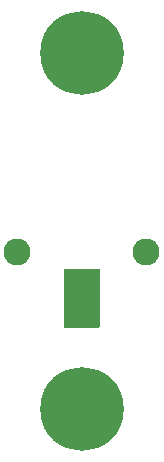
<source format=gbs>
G04*
G04 #@! TF.GenerationSoftware,Altium Limited,Altium Designer,20.1.14 (287)*
G04*
G04 Layer_Color=16711935*
%FSLAX25Y25*%
%MOIN*%
G70*
G04*
G04 #@! TF.SameCoordinates,279C02DF-711F-4997-8B9F-8018C1F95EB8*
G04*
G04*
G04 #@! TF.FilePolarity,Negative*
G04*
G01*
G75*
%ADD37C,0.08961*%
%ADD38C,0.27858*%
G36*
X57817Y64273D02*
X57845Y64265D01*
X57871Y64251D01*
X57894Y64232D01*
X57912Y64210D01*
X57926Y64183D01*
X57935Y64155D01*
X57938Y64126D01*
Y44874D01*
X57935Y44845D01*
X57926Y44816D01*
X57912Y44791D01*
X57894Y44768D01*
X57871Y44749D01*
X57845Y44735D01*
X57817Y44727D01*
X57787Y44724D01*
X46213D01*
X46183Y44727D01*
X46155Y44735D01*
X46129Y44749D01*
X46106Y44768D01*
X46088Y44791D01*
X46074Y44816D01*
X46065Y44845D01*
X46062Y44874D01*
Y64126D01*
X46065Y64155D01*
X46074Y64183D01*
X46088Y64210D01*
X46106Y64232D01*
X46129Y64251D01*
X46155Y64265D01*
X46183Y64273D01*
X46213Y64276D01*
X57787D01*
X57817Y64273D01*
D02*
G37*
D37*
X73506Y69854D02*
D03*
X30494D02*
D03*
D38*
X52000Y17500D02*
D03*
Y136350D02*
D03*
M02*

</source>
